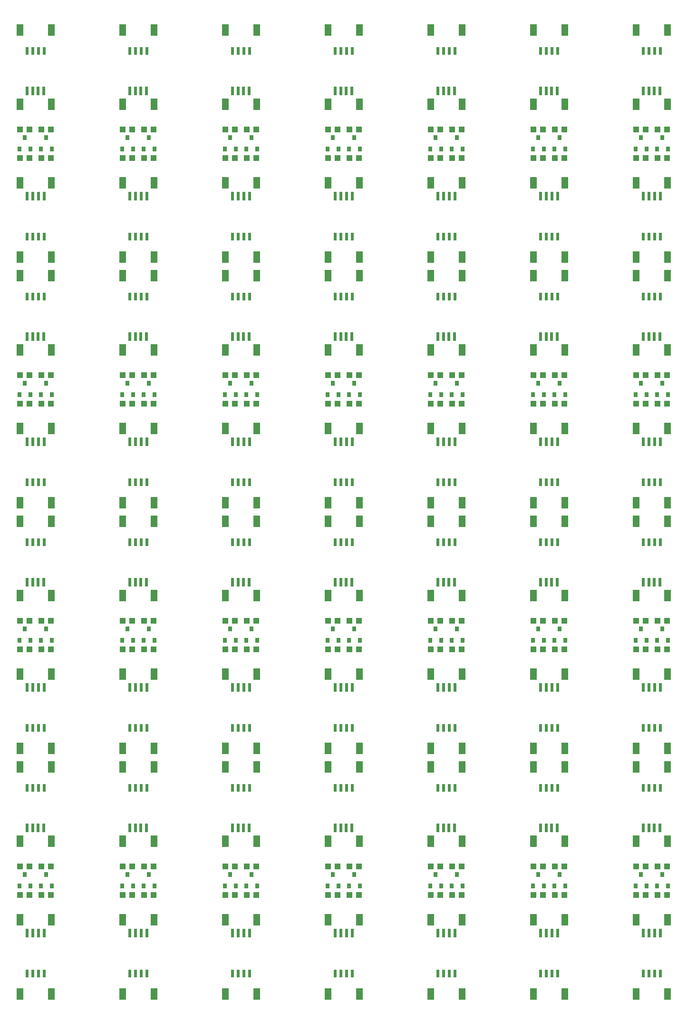
<source format=gtp>
G75*
%MOIN*%
%OFA0B0*%
%FSLAX25Y25*%
%IPPOS*%
%LPD*%
%AMOC8*
5,1,8,0,0,1.08239X$1,22.5*
%
%ADD10R,0.04331X0.03937*%
%ADD11R,0.04724X0.07874*%
%ADD12R,0.02362X0.05315*%
%ADD13R,0.02362X0.06102*%
%ADD14R,0.03150X0.03543*%
D10*
X0052904Y0103750D03*
X0059596Y0103750D03*
X0067904Y0103750D03*
X0074596Y0103750D03*
X0074596Y0123750D03*
X0067904Y0123750D03*
X0059596Y0123750D03*
X0052904Y0123750D03*
X0124904Y0123750D03*
X0131596Y0123750D03*
X0139904Y0123750D03*
X0146596Y0123750D03*
X0146596Y0103750D03*
X0139904Y0103750D03*
X0131596Y0103750D03*
X0124904Y0103750D03*
X0196904Y0103750D03*
X0203596Y0103750D03*
X0211904Y0103750D03*
X0218596Y0103750D03*
X0218596Y0123750D03*
X0211904Y0123750D03*
X0203596Y0123750D03*
X0196904Y0123750D03*
X0268904Y0123750D03*
X0275596Y0123750D03*
X0283904Y0123750D03*
X0290596Y0123750D03*
X0290596Y0103750D03*
X0283904Y0103750D03*
X0275596Y0103750D03*
X0268904Y0103750D03*
X0340904Y0103750D03*
X0347596Y0103750D03*
X0355904Y0103750D03*
X0362596Y0103750D03*
X0362596Y0123750D03*
X0355904Y0123750D03*
X0347596Y0123750D03*
X0340904Y0123750D03*
X0412904Y0123750D03*
X0419596Y0123750D03*
X0427904Y0123750D03*
X0434596Y0123750D03*
X0434596Y0103750D03*
X0427904Y0103750D03*
X0419596Y0103750D03*
X0412904Y0103750D03*
X0484904Y0103750D03*
X0491596Y0103750D03*
X0499904Y0103750D03*
X0506596Y0103750D03*
X0506596Y0123750D03*
X0499904Y0123750D03*
X0491596Y0123750D03*
X0484904Y0123750D03*
X0484904Y0275750D03*
X0491596Y0275750D03*
X0499904Y0275750D03*
X0506596Y0275750D03*
X0506596Y0295750D03*
X0499904Y0295750D03*
X0491596Y0295750D03*
X0484904Y0295750D03*
X0434596Y0295750D03*
X0427904Y0295750D03*
X0419596Y0295750D03*
X0412904Y0295750D03*
X0412904Y0275750D03*
X0419596Y0275750D03*
X0427904Y0275750D03*
X0434596Y0275750D03*
X0362596Y0275750D03*
X0355904Y0275750D03*
X0347596Y0275750D03*
X0340904Y0275750D03*
X0340904Y0295750D03*
X0347596Y0295750D03*
X0355904Y0295750D03*
X0362596Y0295750D03*
X0290596Y0295750D03*
X0283904Y0295750D03*
X0275596Y0295750D03*
X0268904Y0295750D03*
X0268904Y0275750D03*
X0275596Y0275750D03*
X0283904Y0275750D03*
X0290596Y0275750D03*
X0218596Y0275750D03*
X0211904Y0275750D03*
X0203596Y0275750D03*
X0196904Y0275750D03*
X0196904Y0295750D03*
X0203596Y0295750D03*
X0211904Y0295750D03*
X0218596Y0295750D03*
X0146596Y0295750D03*
X0139904Y0295750D03*
X0131596Y0295750D03*
X0124904Y0295750D03*
X0124904Y0275750D03*
X0131596Y0275750D03*
X0139904Y0275750D03*
X0146596Y0275750D03*
X0074596Y0275750D03*
X0067904Y0275750D03*
X0059596Y0275750D03*
X0052904Y0275750D03*
X0052904Y0295750D03*
X0059596Y0295750D03*
X0067904Y0295750D03*
X0074596Y0295750D03*
X0074596Y0447750D03*
X0067904Y0447750D03*
X0059596Y0447750D03*
X0052904Y0447750D03*
X0052904Y0467750D03*
X0059596Y0467750D03*
X0067904Y0467750D03*
X0074596Y0467750D03*
X0124904Y0467750D03*
X0131596Y0467750D03*
X0139904Y0467750D03*
X0146596Y0467750D03*
X0146596Y0447750D03*
X0139904Y0447750D03*
X0131596Y0447750D03*
X0124904Y0447750D03*
X0196904Y0447750D03*
X0203596Y0447750D03*
X0211904Y0447750D03*
X0218596Y0447750D03*
X0218596Y0467750D03*
X0211904Y0467750D03*
X0203596Y0467750D03*
X0196904Y0467750D03*
X0268904Y0467750D03*
X0275596Y0467750D03*
X0283904Y0467750D03*
X0290596Y0467750D03*
X0290596Y0447750D03*
X0283904Y0447750D03*
X0275596Y0447750D03*
X0268904Y0447750D03*
X0340904Y0447750D03*
X0347596Y0447750D03*
X0355904Y0447750D03*
X0362596Y0447750D03*
X0362596Y0467750D03*
X0355904Y0467750D03*
X0347596Y0467750D03*
X0340904Y0467750D03*
X0412904Y0467750D03*
X0419596Y0467750D03*
X0427904Y0467750D03*
X0434596Y0467750D03*
X0434596Y0447750D03*
X0427904Y0447750D03*
X0419596Y0447750D03*
X0412904Y0447750D03*
X0484904Y0447750D03*
X0491596Y0447750D03*
X0499904Y0447750D03*
X0506596Y0447750D03*
X0506596Y0467750D03*
X0499904Y0467750D03*
X0491596Y0467750D03*
X0484904Y0467750D03*
X0484904Y0619750D03*
X0491596Y0619750D03*
X0499904Y0619750D03*
X0506596Y0619750D03*
X0506596Y0639750D03*
X0499904Y0639750D03*
X0491596Y0639750D03*
X0484904Y0639750D03*
X0434596Y0639750D03*
X0427904Y0639750D03*
X0419596Y0639750D03*
X0412904Y0639750D03*
X0412904Y0619750D03*
X0419596Y0619750D03*
X0427904Y0619750D03*
X0434596Y0619750D03*
X0362596Y0619750D03*
X0355904Y0619750D03*
X0347596Y0619750D03*
X0340904Y0619750D03*
X0340904Y0639750D03*
X0347596Y0639750D03*
X0355904Y0639750D03*
X0362596Y0639750D03*
X0290596Y0639750D03*
X0283904Y0639750D03*
X0275596Y0639750D03*
X0268904Y0639750D03*
X0268904Y0619750D03*
X0275596Y0619750D03*
X0283904Y0619750D03*
X0290596Y0619750D03*
X0218596Y0619750D03*
X0211904Y0619750D03*
X0203596Y0619750D03*
X0196904Y0619750D03*
X0196904Y0639750D03*
X0203596Y0639750D03*
X0211904Y0639750D03*
X0218596Y0639750D03*
X0146596Y0639750D03*
X0139904Y0639750D03*
X0131596Y0639750D03*
X0124904Y0639750D03*
X0124904Y0619750D03*
X0131596Y0619750D03*
X0139904Y0619750D03*
X0146596Y0619750D03*
X0074596Y0619750D03*
X0067904Y0619750D03*
X0059596Y0619750D03*
X0052904Y0619750D03*
X0052904Y0639750D03*
X0059596Y0639750D03*
X0067904Y0639750D03*
X0074596Y0639750D03*
D11*
X0052726Y0034281D03*
X0074774Y0034281D03*
X0074860Y0086348D03*
X0052813Y0086348D03*
X0052640Y0141152D03*
X0074687Y0141152D03*
X0074774Y0193219D03*
X0074774Y0206281D03*
X0052726Y0206281D03*
X0052726Y0193219D03*
X0052813Y0258348D03*
X0074860Y0258348D03*
X0074687Y0313152D03*
X0052640Y0313152D03*
X0052726Y0365219D03*
X0052726Y0378281D03*
X0074774Y0378281D03*
X0074774Y0365219D03*
X0124726Y0365219D03*
X0124726Y0378281D03*
X0146774Y0378281D03*
X0146774Y0365219D03*
X0146687Y0313152D03*
X0124640Y0313152D03*
X0124813Y0258348D03*
X0146860Y0258348D03*
X0146774Y0206281D03*
X0146774Y0193219D03*
X0124726Y0193219D03*
X0124726Y0206281D03*
X0124640Y0141152D03*
X0146687Y0141152D03*
X0146860Y0086348D03*
X0124813Y0086348D03*
X0124726Y0034281D03*
X0146774Y0034281D03*
X0196726Y0034281D03*
X0218774Y0034281D03*
X0218860Y0086348D03*
X0196813Y0086348D03*
X0196640Y0141152D03*
X0218687Y0141152D03*
X0218774Y0193219D03*
X0218774Y0206281D03*
X0196726Y0206281D03*
X0196726Y0193219D03*
X0196813Y0258348D03*
X0218860Y0258348D03*
X0218687Y0313152D03*
X0196640Y0313152D03*
X0196726Y0365219D03*
X0196726Y0378281D03*
X0218774Y0378281D03*
X0218774Y0365219D03*
X0268726Y0365219D03*
X0268726Y0378281D03*
X0290774Y0378281D03*
X0290774Y0365219D03*
X0290687Y0313152D03*
X0268640Y0313152D03*
X0268813Y0258348D03*
X0290860Y0258348D03*
X0290774Y0206281D03*
X0290774Y0193219D03*
X0268726Y0193219D03*
X0268726Y0206281D03*
X0268640Y0141152D03*
X0290687Y0141152D03*
X0290860Y0086348D03*
X0268813Y0086348D03*
X0268726Y0034281D03*
X0290774Y0034281D03*
X0340726Y0034281D03*
X0362774Y0034281D03*
X0362860Y0086348D03*
X0340813Y0086348D03*
X0340640Y0141152D03*
X0362687Y0141152D03*
X0362774Y0193219D03*
X0362774Y0206281D03*
X0340726Y0206281D03*
X0340726Y0193219D03*
X0340813Y0258348D03*
X0362860Y0258348D03*
X0362687Y0313152D03*
X0340640Y0313152D03*
X0340726Y0365219D03*
X0340726Y0378281D03*
X0362774Y0378281D03*
X0362774Y0365219D03*
X0412726Y0365219D03*
X0412726Y0378281D03*
X0434774Y0378281D03*
X0434774Y0365219D03*
X0434687Y0313152D03*
X0412640Y0313152D03*
X0412813Y0258348D03*
X0434860Y0258348D03*
X0434774Y0206281D03*
X0434774Y0193219D03*
X0412726Y0193219D03*
X0412726Y0206281D03*
X0412640Y0141152D03*
X0434687Y0141152D03*
X0434860Y0086348D03*
X0412813Y0086348D03*
X0412726Y0034281D03*
X0434774Y0034281D03*
X0484726Y0034281D03*
X0506774Y0034281D03*
X0506860Y0086348D03*
X0484813Y0086348D03*
X0484640Y0141152D03*
X0506687Y0141152D03*
X0506774Y0193219D03*
X0506774Y0206281D03*
X0484726Y0206281D03*
X0484726Y0193219D03*
X0484813Y0258348D03*
X0506860Y0258348D03*
X0506687Y0313152D03*
X0484640Y0313152D03*
X0484726Y0365219D03*
X0484726Y0378281D03*
X0506774Y0378281D03*
X0506774Y0365219D03*
X0506860Y0430348D03*
X0484813Y0430348D03*
X0484640Y0485152D03*
X0506687Y0485152D03*
X0506774Y0537219D03*
X0506774Y0550281D03*
X0484726Y0550281D03*
X0484726Y0537219D03*
X0434774Y0537219D03*
X0434774Y0550281D03*
X0412726Y0550281D03*
X0412726Y0537219D03*
X0412640Y0485152D03*
X0434687Y0485152D03*
X0434860Y0430348D03*
X0412813Y0430348D03*
X0362860Y0430348D03*
X0340813Y0430348D03*
X0340640Y0485152D03*
X0362687Y0485152D03*
X0362774Y0537219D03*
X0362774Y0550281D03*
X0340726Y0550281D03*
X0340726Y0537219D03*
X0290774Y0537219D03*
X0290774Y0550281D03*
X0268726Y0550281D03*
X0268726Y0537219D03*
X0268640Y0485152D03*
X0290687Y0485152D03*
X0290860Y0430348D03*
X0268813Y0430348D03*
X0218860Y0430348D03*
X0196813Y0430348D03*
X0196640Y0485152D03*
X0218687Y0485152D03*
X0218774Y0537219D03*
X0218774Y0550281D03*
X0196726Y0550281D03*
X0196726Y0537219D03*
X0146774Y0537219D03*
X0146774Y0550281D03*
X0124726Y0550281D03*
X0124726Y0537219D03*
X0124640Y0485152D03*
X0146687Y0485152D03*
X0146860Y0430348D03*
X0124813Y0430348D03*
X0074860Y0430348D03*
X0052813Y0430348D03*
X0052640Y0485152D03*
X0074687Y0485152D03*
X0074774Y0537219D03*
X0074774Y0550281D03*
X0052726Y0550281D03*
X0052726Y0537219D03*
X0052813Y0602348D03*
X0074860Y0602348D03*
X0074687Y0657152D03*
X0052640Y0657152D03*
X0052726Y0709219D03*
X0074774Y0709219D03*
X0124726Y0709219D03*
X0146774Y0709219D03*
X0146687Y0657152D03*
X0124640Y0657152D03*
X0124813Y0602348D03*
X0146860Y0602348D03*
X0196813Y0602348D03*
X0218860Y0602348D03*
X0218687Y0657152D03*
X0196640Y0657152D03*
X0196726Y0709219D03*
X0218774Y0709219D03*
X0268726Y0709219D03*
X0290774Y0709219D03*
X0290687Y0657152D03*
X0268640Y0657152D03*
X0268813Y0602348D03*
X0290860Y0602348D03*
X0340813Y0602348D03*
X0362860Y0602348D03*
X0362687Y0657152D03*
X0340640Y0657152D03*
X0340726Y0709219D03*
X0362774Y0709219D03*
X0412726Y0709219D03*
X0434774Y0709219D03*
X0434687Y0657152D03*
X0412640Y0657152D03*
X0412813Y0602348D03*
X0434860Y0602348D03*
X0484813Y0602348D03*
X0506860Y0602348D03*
X0506687Y0657152D03*
X0484640Y0657152D03*
X0484726Y0709219D03*
X0506774Y0709219D03*
D12*
X0501656Y0694750D03*
X0497719Y0694750D03*
X0493781Y0694750D03*
X0489844Y0694750D03*
X0429656Y0694750D03*
X0425719Y0694750D03*
X0421781Y0694750D03*
X0417844Y0694750D03*
X0357656Y0694750D03*
X0353719Y0694750D03*
X0349781Y0694750D03*
X0345844Y0694750D03*
X0285656Y0694750D03*
X0281719Y0694750D03*
X0277781Y0694750D03*
X0273844Y0694750D03*
X0213656Y0694750D03*
X0209719Y0694750D03*
X0205781Y0694750D03*
X0201844Y0694750D03*
X0141656Y0694750D03*
X0137719Y0694750D03*
X0133781Y0694750D03*
X0129844Y0694750D03*
X0069656Y0694750D03*
X0065719Y0694750D03*
X0061781Y0694750D03*
X0057844Y0694750D03*
X0057844Y0564750D03*
X0061781Y0564750D03*
X0065719Y0564750D03*
X0069656Y0564750D03*
X0069656Y0522750D03*
X0065719Y0522750D03*
X0061781Y0522750D03*
X0057844Y0522750D03*
X0129844Y0522750D03*
X0133781Y0522750D03*
X0137719Y0522750D03*
X0141656Y0522750D03*
X0141656Y0564750D03*
X0137719Y0564750D03*
X0133781Y0564750D03*
X0129844Y0564750D03*
X0201844Y0564750D03*
X0205781Y0564750D03*
X0209719Y0564750D03*
X0213656Y0564750D03*
X0213656Y0522750D03*
X0209719Y0522750D03*
X0205781Y0522750D03*
X0201844Y0522750D03*
X0273844Y0522750D03*
X0277781Y0522750D03*
X0281719Y0522750D03*
X0285656Y0522750D03*
X0285656Y0564750D03*
X0281719Y0564750D03*
X0277781Y0564750D03*
X0273844Y0564750D03*
X0345844Y0564750D03*
X0349781Y0564750D03*
X0353719Y0564750D03*
X0357656Y0564750D03*
X0357656Y0522750D03*
X0353719Y0522750D03*
X0349781Y0522750D03*
X0345844Y0522750D03*
X0417844Y0522750D03*
X0421781Y0522750D03*
X0425719Y0522750D03*
X0429656Y0522750D03*
X0429656Y0564750D03*
X0425719Y0564750D03*
X0421781Y0564750D03*
X0417844Y0564750D03*
X0489844Y0564750D03*
X0493781Y0564750D03*
X0497719Y0564750D03*
X0501656Y0564750D03*
X0501656Y0522750D03*
X0497719Y0522750D03*
X0493781Y0522750D03*
X0489844Y0522750D03*
X0489844Y0392750D03*
X0493781Y0392750D03*
X0497719Y0392750D03*
X0501656Y0392750D03*
X0501656Y0350750D03*
X0497719Y0350750D03*
X0493781Y0350750D03*
X0489844Y0350750D03*
X0429656Y0350750D03*
X0425719Y0350750D03*
X0421781Y0350750D03*
X0417844Y0350750D03*
X0417844Y0392750D03*
X0421781Y0392750D03*
X0425719Y0392750D03*
X0429656Y0392750D03*
X0357656Y0392750D03*
X0353719Y0392750D03*
X0349781Y0392750D03*
X0345844Y0392750D03*
X0345844Y0350750D03*
X0349781Y0350750D03*
X0353719Y0350750D03*
X0357656Y0350750D03*
X0285656Y0350750D03*
X0281719Y0350750D03*
X0277781Y0350750D03*
X0273844Y0350750D03*
X0273844Y0392750D03*
X0277781Y0392750D03*
X0281719Y0392750D03*
X0285656Y0392750D03*
X0213656Y0392750D03*
X0209719Y0392750D03*
X0205781Y0392750D03*
X0201844Y0392750D03*
X0201844Y0350750D03*
X0205781Y0350750D03*
X0209719Y0350750D03*
X0213656Y0350750D03*
X0141656Y0350750D03*
X0137719Y0350750D03*
X0133781Y0350750D03*
X0129844Y0350750D03*
X0129844Y0392750D03*
X0133781Y0392750D03*
X0137719Y0392750D03*
X0141656Y0392750D03*
X0069656Y0392750D03*
X0065719Y0392750D03*
X0061781Y0392750D03*
X0057844Y0392750D03*
X0057844Y0350750D03*
X0061781Y0350750D03*
X0065719Y0350750D03*
X0069656Y0350750D03*
X0069656Y0220750D03*
X0065719Y0220750D03*
X0061781Y0220750D03*
X0057844Y0220750D03*
X0057844Y0178750D03*
X0061781Y0178750D03*
X0065719Y0178750D03*
X0069656Y0178750D03*
X0129844Y0178750D03*
X0133781Y0178750D03*
X0137719Y0178750D03*
X0141656Y0178750D03*
X0141656Y0220750D03*
X0137719Y0220750D03*
X0133781Y0220750D03*
X0129844Y0220750D03*
X0201844Y0220750D03*
X0205781Y0220750D03*
X0209719Y0220750D03*
X0213656Y0220750D03*
X0213656Y0178750D03*
X0209719Y0178750D03*
X0205781Y0178750D03*
X0201844Y0178750D03*
X0273844Y0178750D03*
X0277781Y0178750D03*
X0281719Y0178750D03*
X0285656Y0178750D03*
X0285656Y0220750D03*
X0281719Y0220750D03*
X0277781Y0220750D03*
X0273844Y0220750D03*
X0345844Y0220750D03*
X0349781Y0220750D03*
X0353719Y0220750D03*
X0357656Y0220750D03*
X0357656Y0178750D03*
X0353719Y0178750D03*
X0349781Y0178750D03*
X0345844Y0178750D03*
X0417844Y0178750D03*
X0421781Y0178750D03*
X0425719Y0178750D03*
X0429656Y0178750D03*
X0429656Y0220750D03*
X0425719Y0220750D03*
X0421781Y0220750D03*
X0417844Y0220750D03*
X0489844Y0220750D03*
X0493781Y0220750D03*
X0497719Y0220750D03*
X0501656Y0220750D03*
X0501656Y0178750D03*
X0497719Y0178750D03*
X0493781Y0178750D03*
X0489844Y0178750D03*
X0489844Y0048750D03*
X0493781Y0048750D03*
X0497719Y0048750D03*
X0501656Y0048750D03*
X0429656Y0048750D03*
X0425719Y0048750D03*
X0421781Y0048750D03*
X0417844Y0048750D03*
X0357656Y0048750D03*
X0353719Y0048750D03*
X0349781Y0048750D03*
X0345844Y0048750D03*
X0285656Y0048750D03*
X0281719Y0048750D03*
X0277781Y0048750D03*
X0273844Y0048750D03*
X0213656Y0048750D03*
X0209719Y0048750D03*
X0205781Y0048750D03*
X0201844Y0048750D03*
X0141656Y0048750D03*
X0137719Y0048750D03*
X0133781Y0048750D03*
X0129844Y0048750D03*
X0069656Y0048750D03*
X0065719Y0048750D03*
X0061781Y0048750D03*
X0057844Y0048750D03*
D13*
X0057931Y0076801D03*
X0061868Y0076801D03*
X0065805Y0076801D03*
X0069742Y0076801D03*
X0129931Y0076801D03*
X0133868Y0076801D03*
X0137805Y0076801D03*
X0141742Y0076801D03*
X0201931Y0076801D03*
X0205868Y0076801D03*
X0209805Y0076801D03*
X0213742Y0076801D03*
X0273931Y0076801D03*
X0277868Y0076801D03*
X0281805Y0076801D03*
X0285742Y0076801D03*
X0345931Y0076801D03*
X0349868Y0076801D03*
X0353805Y0076801D03*
X0357742Y0076801D03*
X0417931Y0076801D03*
X0421868Y0076801D03*
X0425805Y0076801D03*
X0429742Y0076801D03*
X0489931Y0076801D03*
X0493868Y0076801D03*
X0497805Y0076801D03*
X0501742Y0076801D03*
X0501569Y0150699D03*
X0497632Y0150699D03*
X0493695Y0150699D03*
X0489758Y0150699D03*
X0429569Y0150699D03*
X0425632Y0150699D03*
X0421695Y0150699D03*
X0417758Y0150699D03*
X0357569Y0150699D03*
X0353632Y0150699D03*
X0349695Y0150699D03*
X0345758Y0150699D03*
X0285569Y0150699D03*
X0281632Y0150699D03*
X0277695Y0150699D03*
X0273758Y0150699D03*
X0213569Y0150699D03*
X0209632Y0150699D03*
X0205695Y0150699D03*
X0201758Y0150699D03*
X0141569Y0150699D03*
X0137632Y0150699D03*
X0133695Y0150699D03*
X0129758Y0150699D03*
X0069569Y0150699D03*
X0065632Y0150699D03*
X0061695Y0150699D03*
X0057758Y0150699D03*
X0057931Y0248801D03*
X0061868Y0248801D03*
X0065805Y0248801D03*
X0069742Y0248801D03*
X0129931Y0248801D03*
X0133868Y0248801D03*
X0137805Y0248801D03*
X0141742Y0248801D03*
X0201931Y0248801D03*
X0205868Y0248801D03*
X0209805Y0248801D03*
X0213742Y0248801D03*
X0273931Y0248801D03*
X0277868Y0248801D03*
X0281805Y0248801D03*
X0285742Y0248801D03*
X0345931Y0248801D03*
X0349868Y0248801D03*
X0353805Y0248801D03*
X0357742Y0248801D03*
X0417931Y0248801D03*
X0421868Y0248801D03*
X0425805Y0248801D03*
X0429742Y0248801D03*
X0489931Y0248801D03*
X0493868Y0248801D03*
X0497805Y0248801D03*
X0501742Y0248801D03*
X0501569Y0322699D03*
X0497632Y0322699D03*
X0493695Y0322699D03*
X0489758Y0322699D03*
X0429569Y0322699D03*
X0425632Y0322699D03*
X0421695Y0322699D03*
X0417758Y0322699D03*
X0357569Y0322699D03*
X0353632Y0322699D03*
X0349695Y0322699D03*
X0345758Y0322699D03*
X0285569Y0322699D03*
X0281632Y0322699D03*
X0277695Y0322699D03*
X0273758Y0322699D03*
X0213569Y0322699D03*
X0209632Y0322699D03*
X0205695Y0322699D03*
X0201758Y0322699D03*
X0141569Y0322699D03*
X0137632Y0322699D03*
X0133695Y0322699D03*
X0129758Y0322699D03*
X0069569Y0322699D03*
X0065632Y0322699D03*
X0061695Y0322699D03*
X0057758Y0322699D03*
X0057931Y0420801D03*
X0061868Y0420801D03*
X0065805Y0420801D03*
X0069742Y0420801D03*
X0129931Y0420801D03*
X0133868Y0420801D03*
X0137805Y0420801D03*
X0141742Y0420801D03*
X0201931Y0420801D03*
X0205868Y0420801D03*
X0209805Y0420801D03*
X0213742Y0420801D03*
X0273931Y0420801D03*
X0277868Y0420801D03*
X0281805Y0420801D03*
X0285742Y0420801D03*
X0345931Y0420801D03*
X0349868Y0420801D03*
X0353805Y0420801D03*
X0357742Y0420801D03*
X0417931Y0420801D03*
X0421868Y0420801D03*
X0425805Y0420801D03*
X0429742Y0420801D03*
X0489931Y0420801D03*
X0493868Y0420801D03*
X0497805Y0420801D03*
X0501742Y0420801D03*
X0501569Y0494699D03*
X0497632Y0494699D03*
X0493695Y0494699D03*
X0489758Y0494699D03*
X0429569Y0494699D03*
X0425632Y0494699D03*
X0421695Y0494699D03*
X0417758Y0494699D03*
X0357569Y0494699D03*
X0353632Y0494699D03*
X0349695Y0494699D03*
X0345758Y0494699D03*
X0285569Y0494699D03*
X0281632Y0494699D03*
X0277695Y0494699D03*
X0273758Y0494699D03*
X0213569Y0494699D03*
X0209632Y0494699D03*
X0205695Y0494699D03*
X0201758Y0494699D03*
X0141569Y0494699D03*
X0137632Y0494699D03*
X0133695Y0494699D03*
X0129758Y0494699D03*
X0069569Y0494699D03*
X0065632Y0494699D03*
X0061695Y0494699D03*
X0057758Y0494699D03*
X0057931Y0592801D03*
X0061868Y0592801D03*
X0065805Y0592801D03*
X0069742Y0592801D03*
X0129931Y0592801D03*
X0133868Y0592801D03*
X0137805Y0592801D03*
X0141742Y0592801D03*
X0201931Y0592801D03*
X0205868Y0592801D03*
X0209805Y0592801D03*
X0213742Y0592801D03*
X0273931Y0592801D03*
X0277868Y0592801D03*
X0281805Y0592801D03*
X0285742Y0592801D03*
X0345931Y0592801D03*
X0349868Y0592801D03*
X0353805Y0592801D03*
X0357742Y0592801D03*
X0417931Y0592801D03*
X0421868Y0592801D03*
X0425805Y0592801D03*
X0429742Y0592801D03*
X0489931Y0592801D03*
X0493868Y0592801D03*
X0497805Y0592801D03*
X0501742Y0592801D03*
X0501569Y0666699D03*
X0497632Y0666699D03*
X0493695Y0666699D03*
X0489758Y0666699D03*
X0429569Y0666699D03*
X0425632Y0666699D03*
X0421695Y0666699D03*
X0417758Y0666699D03*
X0357569Y0666699D03*
X0353632Y0666699D03*
X0349695Y0666699D03*
X0345758Y0666699D03*
X0285569Y0666699D03*
X0281632Y0666699D03*
X0277695Y0666699D03*
X0273758Y0666699D03*
X0213569Y0666699D03*
X0209632Y0666699D03*
X0205695Y0666699D03*
X0201758Y0666699D03*
X0141569Y0666699D03*
X0137632Y0666699D03*
X0133695Y0666699D03*
X0129758Y0666699D03*
X0069569Y0666699D03*
X0065632Y0666699D03*
X0061695Y0666699D03*
X0057758Y0666699D03*
D14*
X0056250Y0634081D03*
X0052510Y0625813D03*
X0059990Y0625813D03*
X0067510Y0625813D03*
X0074990Y0625813D03*
X0071250Y0634081D03*
X0124510Y0625813D03*
X0131990Y0625813D03*
X0128250Y0634081D03*
X0139510Y0625813D03*
X0146990Y0625813D03*
X0143250Y0634081D03*
X0196510Y0625813D03*
X0203990Y0625813D03*
X0211510Y0625813D03*
X0218990Y0625813D03*
X0215250Y0634081D03*
X0200250Y0634081D03*
X0268510Y0625813D03*
X0275990Y0625813D03*
X0283510Y0625813D03*
X0290990Y0625813D03*
X0287250Y0634081D03*
X0272250Y0634081D03*
X0340510Y0625813D03*
X0347990Y0625813D03*
X0344250Y0634081D03*
X0355510Y0625813D03*
X0362990Y0625813D03*
X0359250Y0634081D03*
X0412510Y0625813D03*
X0419990Y0625813D03*
X0427510Y0625813D03*
X0434990Y0625813D03*
X0431250Y0634081D03*
X0416250Y0634081D03*
X0484510Y0625813D03*
X0491990Y0625813D03*
X0499510Y0625813D03*
X0506990Y0625813D03*
X0503250Y0634081D03*
X0488250Y0634081D03*
X0488250Y0462081D03*
X0484510Y0453813D03*
X0491990Y0453813D03*
X0499510Y0453813D03*
X0506990Y0453813D03*
X0503250Y0462081D03*
X0434990Y0453813D03*
X0427510Y0453813D03*
X0419990Y0453813D03*
X0412510Y0453813D03*
X0416250Y0462081D03*
X0431250Y0462081D03*
X0362990Y0453813D03*
X0355510Y0453813D03*
X0359250Y0462081D03*
X0347990Y0453813D03*
X0340510Y0453813D03*
X0344250Y0462081D03*
X0290990Y0453813D03*
X0283510Y0453813D03*
X0275990Y0453813D03*
X0268510Y0453813D03*
X0272250Y0462081D03*
X0287250Y0462081D03*
X0218990Y0453813D03*
X0211510Y0453813D03*
X0203990Y0453813D03*
X0196510Y0453813D03*
X0200250Y0462081D03*
X0215250Y0462081D03*
X0146990Y0453813D03*
X0139510Y0453813D03*
X0143250Y0462081D03*
X0131990Y0453813D03*
X0124510Y0453813D03*
X0128250Y0462081D03*
X0074990Y0453813D03*
X0067510Y0453813D03*
X0059990Y0453813D03*
X0052510Y0453813D03*
X0056250Y0462081D03*
X0071250Y0462081D03*
X0071250Y0290081D03*
X0067510Y0281813D03*
X0074990Y0281813D03*
X0059990Y0281813D03*
X0052510Y0281813D03*
X0056250Y0290081D03*
X0124510Y0281813D03*
X0131990Y0281813D03*
X0139510Y0281813D03*
X0146990Y0281813D03*
X0143250Y0290081D03*
X0128250Y0290081D03*
X0196510Y0281813D03*
X0203990Y0281813D03*
X0211510Y0281813D03*
X0218990Y0281813D03*
X0215250Y0290081D03*
X0200250Y0290081D03*
X0268510Y0281813D03*
X0275990Y0281813D03*
X0283510Y0281813D03*
X0290990Y0281813D03*
X0287250Y0290081D03*
X0272250Y0290081D03*
X0340510Y0281813D03*
X0347990Y0281813D03*
X0355510Y0281813D03*
X0362990Y0281813D03*
X0359250Y0290081D03*
X0344250Y0290081D03*
X0412510Y0281813D03*
X0419990Y0281813D03*
X0427510Y0281813D03*
X0434990Y0281813D03*
X0431250Y0290081D03*
X0416250Y0290081D03*
X0484510Y0281813D03*
X0491990Y0281813D03*
X0499510Y0281813D03*
X0506990Y0281813D03*
X0503250Y0290081D03*
X0488250Y0290081D03*
X0488250Y0118081D03*
X0484510Y0109813D03*
X0491990Y0109813D03*
X0499510Y0109813D03*
X0506990Y0109813D03*
X0503250Y0118081D03*
X0434990Y0109813D03*
X0427510Y0109813D03*
X0419990Y0109813D03*
X0412510Y0109813D03*
X0416250Y0118081D03*
X0431250Y0118081D03*
X0362990Y0109813D03*
X0355510Y0109813D03*
X0359250Y0118081D03*
X0347990Y0109813D03*
X0340510Y0109813D03*
X0344250Y0118081D03*
X0290990Y0109813D03*
X0283510Y0109813D03*
X0275990Y0109813D03*
X0268510Y0109813D03*
X0272250Y0118081D03*
X0287250Y0118081D03*
X0218990Y0109813D03*
X0211510Y0109813D03*
X0203990Y0109813D03*
X0196510Y0109813D03*
X0200250Y0118081D03*
X0215250Y0118081D03*
X0146990Y0109813D03*
X0139510Y0109813D03*
X0143250Y0118081D03*
X0131990Y0109813D03*
X0124510Y0109813D03*
X0128250Y0118081D03*
X0074990Y0109813D03*
X0067510Y0109813D03*
X0059990Y0109813D03*
X0052510Y0109813D03*
X0056250Y0118081D03*
X0071250Y0118081D03*
M02*

</source>
